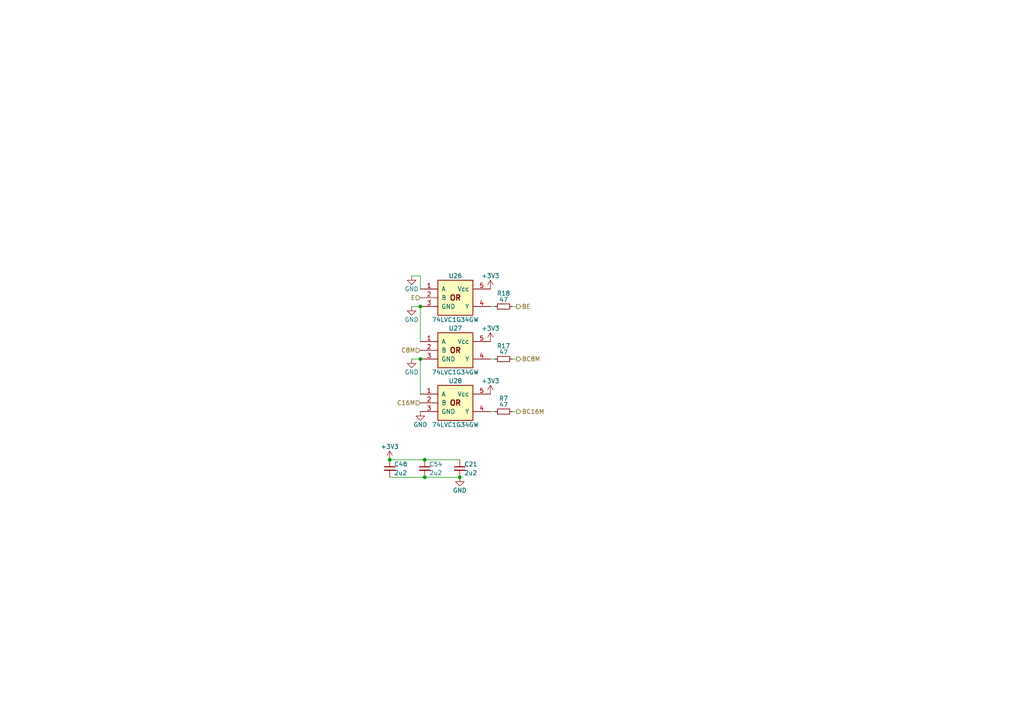
<source format=kicad_sch>
(kicad_sch (version 20230121) (generator eeschema)
  (paper "A4")
  (title_block (title "WarpSE (GW4410A)") (date "2024-04-23") (rev "1.0") (company "Garrett's Workshop"))
  (lib_symbols
    (symbol "Device:C_Small" (pin_numbers hide) (pin_names (offset 0.254) hide)
      (property "Reference" "C" (at 0.254 1.778 0))
      (property "Value" "C_Small" (at 0.254 -2.032 0))
      (symbol "C_Small_0_1"
        (polyline (pts (xy -1.524 -0.508) (xy 1.524 -0.508)) (stroke (width 0.3302)))
        (polyline (pts (xy -1.524 0.508) (xy 1.524 0.508)) (stroke (width 0.3048)))
      )
      (symbol "C_Small_1_1"
        (pin passive line (at 0 2.54 270) (length 2.032) (name "~") (number "1"))
        (pin passive line (at 0 -2.54 90) (length 2.032) (name "~") (number "2"))
      )
    )
    (symbol "Device:R_Small" (pin_numbers hide) (pin_names (offset 0.254) hide)
      (property "Reference" "R" (at 0.762 0.508 0))
      (property "Value" "R_Small" (at 0.762 -1.016 0))
      (symbol "R_Small_0_1"
        (rectangle (start -0.762 1.778) (end 0.762 -1.778) (stroke (width 0.2032)))
      )
      (symbol "R_Small_1_1"
        (pin passive line (at 0 2.54 270) (length 0.762) (name "~") (number "1"))
        (pin passive line (at 0 -2.54 90) (length 0.762) (name "~") (number "2"))
      )
    )
    (symbol "GW_Logic:741G32GW" (pin_names (offset 1.016))
      (property "Reference" "U" (at 0 6.35 0))
      (property "Value" "741G32GW" (at 0 -6.35 0))
      (symbol "741G32GW_0_1"
        (rectangle (start -5.08 5.08) (end 5.08 -5.08) (stroke (width 0.254)) (fill (type background)))
      )
      (symbol "741G32GW_1_1"
        (text "OR" (at 0 0 0) (effects (font (size 1.524 1.524) bold)))
        (pin input line (at -10.16 2.54 0) (length 5.08) (name "A") (number "1"))
        (pin input line (at -10.16 0 0) (length 5.08) (name "B") (number "2"))
        (pin power_in line (at -10.16 -2.54 0) (length 5.08) (name "GND") (number "3"))
        (pin output line (at 10.16 -2.54 180) (length 5.08) (name "Y") (number "4"))
        (pin power_in line (at 10.16 2.54 180) (length 5.08) (name "Vcc") (number "5"))
      )
    )
    (symbol "power:+3V3" (power) (pin_names (offset 0))
      (property "Value" "+3V3" (at 0 3.556 0))
      (symbol "+3V3_0_1"
        (polyline (pts (xy -0.762 1.27) (xy 0 2.54)))
        (polyline (pts (xy 0 0) (xy 0 2.54)))
        (polyline (pts (xy 0 2.54) (xy 0.762 1.27)))
      )
      (symbol "+3V3_1_1"
        (pin power_in line (at 0 0 90) (length 0) hide (name "+3V3") (number "1"))
      )
    )
    (symbol "power:GND" (power) (pin_names (offset 0))
      (property "Value" "GND" (at 0 -3.81 0))
      (symbol "GND_0_1"
        (polyline (pts (xy 0 0) (xy 0 -1.27) (xy 1.27 -1.27) (xy 0 -2.54) (xy -1.27 -1.27) (xy 0 -1.27)))
      )
      (symbol "GND_1_1"
        (pin power_in line (at 0 0 270) (length 0) hide (name "GND") (number "1"))
      )
    )
  )
  (junction (at 113.03 133.35))
  (junction (at 133.35 138.43))
  (junction (at 121.92 104.14))
  (junction (at 123.19 133.35))
  (junction (at 121.92 88.9))
  (junction (at 123.19 138.43))
  (wire (pts (xy 119.38 80.01) (xy 121.92 80.01)))
  (wire (pts (xy 123.19 133.35) (xy 133.35 133.35)))
  (wire (pts (xy 121.92 80.01) (xy 121.92 83.82)))
  (wire (pts (xy 143.51 119.38) (xy 142.24 119.38)))
  (wire (pts (xy 123.19 138.43) (xy 133.35 138.43)))
  (wire (pts (xy 143.51 88.9) (xy 142.24 88.9)))
  (wire (pts (xy 143.51 104.14) (xy 142.24 104.14)))
  (wire (pts (xy 113.03 138.43) (xy 123.19 138.43)))
  (wire (pts (xy 121.92 104.14) (xy 121.92 114.3)))
  (wire (pts (xy 119.38 88.9) (xy 121.92 88.9)))
  (wire (pts (xy 121.92 88.9) (xy 121.92 99.06)))
  (wire (pts (xy 149.86 119.38) (xy 148.59 119.38)))
  (wire (pts (xy 119.38 104.14) (xy 121.92 104.14)))
  (wire (pts (xy 113.03 133.35) (xy 123.19 133.35)))
  (wire (pts (xy 149.86 88.9) (xy 148.59 88.9)))
  (wire (pts (xy 149.86 104.14) (xy 148.59 104.14)))
  (hierarchical_label "BE" (shape output) (at 149.86 88.9 0))
  (hierarchical_label "BC16M" (shape output) (at 149.86 119.38 0))
  (hierarchical_label "C16M" (shape input) (at 121.92 116.84 180))
  (hierarchical_label "E" (shape input) (at 121.92 86.36 180))
  (hierarchical_label "BC8M" (shape output) (at 149.86 104.14 0))
  (hierarchical_label "C8M" (shape input) (at 121.92 101.6 180))
  (symbol (lib_id "Device:C_Small") (at 113.03 135.89 0) (unit 1)
    (property "Reference" "C48" (at 114.3 134.62 0) (effects (justify left)))
    (property "Value" "2u2" (at 114.3 137.16 0) (effects (justify left)))
    (property "Footprint" "stdpads:C_0603" (effects hide))
    (property "LCSC Part" "C23630" (effects hide))
  )
  (symbol (lib_id "GW_Logic:741G32GW") (at 132.08 101.6 0) (unit 1)
    (property "Reference" "U27" (at 132.08 95.25 0))
    (property "Value" "74LVC1G34GW" (at 132.08 107.95 0))
    (property "Footprint" "stdpads:SOT-353" (effects hide))
    (property "LCSC Part" "C455045" (effects hide))
  )
  (symbol (lib_id "Device:R_Small") (at 146.05 88.9 270) (unit 1)
    (property "Reference" "R18" (at 146.05 85.09 90))
    (property "Value" "47" (at 146.05 87.63 90) (effects (justify bottom)))
    (property "Footprint" "stdpads:R_0603" (effects hide))
    (property "LCSC Part" "C23182" (effects hide))
  )
  (symbol (lib_id "power:GND") (at 121.92 119.38 0) (unit 1)
    (property "Reference" "#PWR02" (effects hide))
    (property "Value" "GND" (at 121.92 123.19 0))
  )
  (symbol (lib_id "power:GND") (at 133.35 138.43 0) (mirror y) (unit 1)
    (property "Reference" "#PWR019" (effects hide))
    (property "Value" "GND" (at 133.35 142.24 0))
  )
  (symbol (lib_id "Device:C_Small") (at 133.35 135.89 0) (unit 1)
    (property "Reference" "C21" (at 134.62 134.62 0) (effects (justify left)))
    (property "Value" "2u2" (at 134.62 137.16 0) (effects (justify left)))
    (property "Footprint" "stdpads:C_0603" (effects hide))
    (property "LCSC Part" "C23630" (effects hide))
  )
  (symbol (lib_id "Device:R_Small") (at 146.05 104.14 270) (unit 1)
    (property "Reference" "R17" (at 146.05 100.33 90))
    (property "Value" "47" (at 146.05 102.87 90) (effects (justify bottom)))
    (property "Footprint" "stdpads:R_0603" (effects hide))
    (property "LCSC Part" "C23182" (effects hide))
  )
  (symbol (lib_id "power:GND") (at 119.38 88.9 0) (unit 1)
    (property "Reference" "#PWR06" (effects hide))
    (property "Value" "GND" (at 119.38 92.71 0))
  )
  (symbol (lib_id "Device:C_Small") (at 123.19 135.89 0) (unit 1)
    (property "Reference" "C54" (at 124.46 134.62 0) (effects (justify left)))
    (property "Value" "2u2" (at 124.46 137.16 0) (effects (justify left)))
    (property "Footprint" "stdpads:C_0603" (effects hide))
    (property "LCSC Part" "C23630" (effects hide))
  )
  (symbol (lib_id "power:+3V3") (at 113.03 133.35 0) (unit 1)
    (property "Reference" "#PWR018" (effects hide))
    (property "Value" "+3V3" (at 113.03 129.54 0))
  )
  (symbol (lib_id "GW_Logic:741G32GW") (at 132.08 86.36 0) (unit 1)
    (property "Reference" "U26" (at 132.08 80.01 0))
    (property "Value" "74LVC1G34GW" (at 132.08 92.71 0))
    (property "Footprint" "stdpads:SOT-353" (effects hide))
    (property "LCSC Part" "C455045" (effects hide))
  )
  (symbol (lib_id "GW_Logic:741G32GW") (at 132.08 116.84 0) (unit 1)
    (property "Reference" "U28" (at 132.08 110.49 0))
    (property "Value" "74LVC1G34GW" (at 132.08 123.19 0))
    (property "Footprint" "stdpads:SOT-353" (effects hide))
    (property "LCSC Part" "C455045" (effects hide))
  )
  (symbol (lib_id "power:GND") (at 119.38 80.01 0) (unit 1)
    (property "Reference" "#PWR028" (effects hide))
    (property "Value" "GND" (at 119.38 83.82 0))
  )
  (symbol (lib_id "power:GND") (at 119.38 104.14 0) (unit 1)
    (property "Reference" "#PWR04" (effects hide))
    (property "Value" "GND" (at 119.38 107.95 0))
  )
  (symbol (lib_id "power:+3V3") (at 142.24 114.3 0) (unit 1)
    (property "Reference" "#PWR017" (effects hide))
    (property "Value" "+3V3" (at 142.24 110.49 0))
  )
  (symbol (lib_id "power:+3V3") (at 142.24 99.06 0) (unit 1)
    (property "Reference" "#PWR013" (effects hide))
    (property "Value" "+3V3" (at 142.24 95.25 0))
  )
  (symbol (lib_id "Device:R_Small") (at 146.05 119.38 270) (unit 1)
    (property "Reference" "R7" (at 146.05 115.57 90))
    (property "Value" "47" (at 146.05 118.11 90) (effects (justify bottom)))
    (property "Footprint" "stdpads:R_0603" (effects hide))
    (property "LCSC Part" "C23182" (effects hide))
  )
  (symbol (lib_id "power:+3V3") (at 142.24 83.82 0) (unit 1)
    (property "Reference" "#PWR016" (effects hide))
    (property "Value" "+3V3" (at 142.24 80.01 0))
  )
)
</source>
